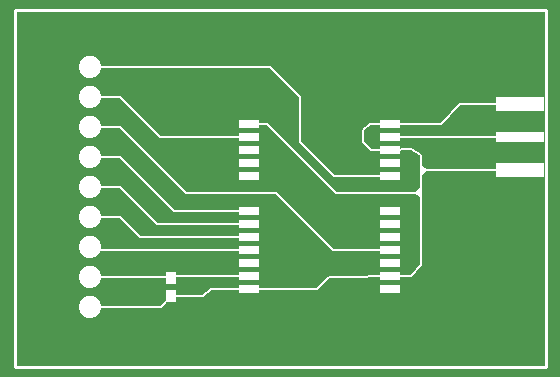
<source format=gbr>
G04 EAGLE Gerber RS-274X export*
G75*
%MOMM*%
%FSLAX34Y34*%
%LPD*%
%INTop Copper*%
%IPNEG*%
%AMOC8*
5,1,8,0,0,1.08239X$1,22.5*%
G01*
%ADD10C,1.879600*%
%ADD11R,4.100000X1.250000*%
%ADD12R,4.100000X0.900000*%
%ADD13R,1.800000X0.800000*%
%ADD14R,0.900000X1.050000*%
%ADD15C,0.200000*%
%ADD16C,0.254000*%

G36*
X344191Y162062D02*
X344191Y162062D01*
X344195Y162061D01*
X344287Y162085D01*
X344380Y162107D01*
X344383Y162110D01*
X344387Y162111D01*
X344523Y162207D01*
X348333Y166017D01*
X348338Y166024D01*
X348345Y166029D01*
X348392Y166106D01*
X348443Y166183D01*
X348444Y166191D01*
X348449Y166198D01*
X348462Y166288D01*
X348479Y166378D01*
X348477Y166387D01*
X348479Y166395D01*
X348456Y166483D01*
X348436Y166572D01*
X348431Y166579D01*
X348429Y166587D01*
X348333Y166723D01*
X344523Y170533D01*
X344519Y170535D01*
X344517Y170539D01*
X344437Y170590D01*
X344357Y170643D01*
X344353Y170644D01*
X344350Y170646D01*
X344256Y170662D01*
X344162Y170679D01*
X344158Y170678D01*
X344153Y170679D01*
X344062Y170657D01*
X343968Y170636D01*
X343964Y170634D01*
X343960Y170633D01*
X343884Y170577D01*
X343806Y170521D01*
X343803Y170518D01*
X343800Y170515D01*
X343751Y170433D01*
X343701Y170352D01*
X343701Y170348D01*
X343698Y170344D01*
X343671Y170180D01*
X343671Y162560D01*
X343672Y162556D01*
X343671Y162552D01*
X343691Y162458D01*
X343710Y162365D01*
X343713Y162362D01*
X343714Y162358D01*
X343769Y162280D01*
X343823Y162201D01*
X343826Y162199D01*
X343829Y162196D01*
X343910Y162146D01*
X343990Y162094D01*
X343995Y162093D01*
X343998Y162091D01*
X344092Y162077D01*
X344187Y162061D01*
X344191Y162062D01*
G37*
G36*
X344182Y143012D02*
X344182Y143012D01*
X344187Y143011D01*
X344278Y143033D01*
X344372Y143054D01*
X344376Y143056D01*
X344380Y143057D01*
X344456Y143113D01*
X344535Y143169D01*
X344537Y143172D01*
X344540Y143175D01*
X344589Y143257D01*
X344639Y143338D01*
X344639Y143342D01*
X344642Y143346D01*
X344669Y143510D01*
X344669Y151130D01*
X344668Y151134D01*
X344669Y151138D01*
X344649Y151232D01*
X344630Y151325D01*
X344627Y151328D01*
X344626Y151332D01*
X344571Y151410D01*
X344517Y151489D01*
X344514Y151491D01*
X344511Y151495D01*
X344430Y151544D01*
X344350Y151596D01*
X344345Y151597D01*
X344342Y151599D01*
X344248Y151613D01*
X344153Y151629D01*
X344149Y151628D01*
X344145Y151629D01*
X344053Y151605D01*
X343960Y151583D01*
X343957Y151580D01*
X343953Y151579D01*
X343817Y151483D01*
X340007Y147673D01*
X340002Y147666D01*
X339996Y147661D01*
X339948Y147584D01*
X339897Y147507D01*
X339896Y147499D01*
X339891Y147492D01*
X339878Y147402D01*
X339861Y147312D01*
X339863Y147304D01*
X339861Y147295D01*
X339884Y147207D01*
X339904Y147118D01*
X339909Y147111D01*
X339911Y147103D01*
X340007Y146967D01*
X343817Y143157D01*
X343821Y143155D01*
X343823Y143151D01*
X343903Y143100D01*
X343983Y143047D01*
X343987Y143046D01*
X343990Y143044D01*
X344084Y143028D01*
X344178Y143011D01*
X344182Y143012D01*
G37*
D10*
X63500Y50800D03*
X63500Y76200D03*
X63500Y254000D03*
X63500Y228600D03*
X63500Y203200D03*
X63500Y177800D03*
X63500Y152400D03*
X63500Y127000D03*
X63500Y101600D03*
D11*
X427990Y166560D03*
D12*
X427990Y194310D03*
D11*
X427990Y222060D03*
D13*
X198000Y205700D03*
X198000Y194700D03*
X198000Y183700D03*
X198000Y172700D03*
X198000Y161700D03*
X198000Y131700D03*
X198000Y120700D03*
X198000Y109700D03*
X198000Y98700D03*
X198000Y87700D03*
X198000Y76700D03*
X198000Y65700D03*
X318000Y205700D03*
X318000Y194700D03*
X318000Y183700D03*
X318000Y172700D03*
X318000Y161700D03*
X318000Y131700D03*
X318000Y120700D03*
X318000Y109700D03*
X318000Y98700D03*
X318000Y87700D03*
X318000Y76700D03*
X318000Y65700D03*
D14*
X132080Y75310D03*
X132080Y59310D03*
D15*
X198000Y205700D02*
X213400Y205700D01*
X271780Y147320D02*
X340000Y147320D01*
X342900Y147320D01*
X271780Y147320D02*
X213400Y205700D01*
X318000Y183700D02*
X335280Y184150D01*
X344170Y179070D01*
X335020Y76474D02*
X318000Y76700D01*
X279984Y76208D01*
X279400Y76200D01*
X123570Y50800D02*
X63500Y50800D01*
X123570Y50800D02*
X132080Y59310D01*
X159310Y59310D01*
X165700Y65700D02*
X198000Y65700D01*
X165700Y65700D02*
X159310Y59310D01*
X266208Y76208D02*
X279984Y76208D01*
X255700Y65700D02*
X198000Y65700D01*
X255700Y65700D02*
X266208Y76208D01*
X344170Y170180D02*
X344170Y179070D01*
X344170Y170180D02*
X344170Y162560D01*
X344170Y151490D01*
X344170Y143150D01*
X344170Y85624D01*
X335020Y76474D01*
X340000Y147320D02*
X344170Y151490D01*
X340000Y147320D02*
X344170Y143150D01*
X348170Y166560D02*
X427990Y166560D01*
X348170Y166560D02*
X344170Y162560D01*
X347790Y166560D02*
X348170Y166560D01*
X347790Y166560D02*
X344170Y170180D01*
X318000Y183700D02*
X301300Y183700D01*
X295000Y190000D01*
X295000Y200000D01*
X300700Y205700D01*
X318000Y205700D01*
X360700Y205700D01*
X377060Y222060D02*
X427990Y222060D01*
X377060Y222060D02*
X360700Y205700D01*
X131190Y76200D02*
X63500Y76200D01*
X131190Y76200D02*
X132080Y75310D01*
X133470Y76700D02*
X198000Y76700D01*
X133470Y76700D02*
X132080Y75310D01*
X120600Y120700D02*
X198000Y120700D01*
X88900Y152400D02*
X63500Y152400D01*
X88900Y152400D02*
X120600Y120700D01*
X106200Y109700D02*
X198000Y109700D01*
X106200Y109700D02*
X88900Y127000D01*
X63500Y127000D01*
X66400Y98700D02*
X198000Y98700D01*
X66400Y98700D02*
X63500Y101600D01*
X318000Y194700D02*
X427600Y194700D01*
X427990Y194310D01*
X198000Y131700D02*
X135000Y131700D01*
X88900Y177800D02*
X63500Y177800D01*
X88900Y177800D02*
X135000Y131700D01*
X122800Y194700D02*
X198000Y194700D01*
X88900Y228600D02*
X63500Y228600D01*
X88900Y228600D02*
X122800Y194700D01*
X269600Y98700D02*
X318000Y98700D01*
X88900Y203200D02*
X63500Y203200D01*
X220980Y147320D02*
X269600Y98700D01*
X220980Y147320D02*
X144780Y147320D01*
X88900Y203200D01*
X270100Y161700D02*
X318000Y161700D01*
X241300Y190500D02*
X241300Y228600D01*
X215900Y254000D01*
X63500Y254000D01*
X241300Y190500D02*
X270100Y161700D01*
D16*
X0Y0D02*
X449380Y0D01*
X449380Y301500D01*
X0Y301500D01*
X0Y0D01*
M02*

</source>
